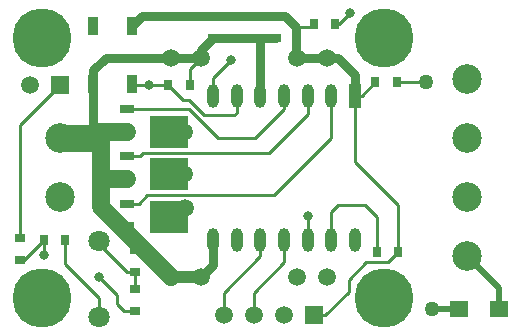
<source format=gtl>
%FSTAX24Y24*%
%MOIN*%
G70*
G01*
G75*
G04 Layer_Physical_Order=1*
G04 Layer_Color=255*
%ADD10R,0.0394X0.0787*%
%ADD11O,0.0394X0.0787*%
%ADD12R,0.0591X0.0551*%
%ADD13R,0.0315X0.0374*%
%ADD14R,0.0374X0.0315*%
%ADD15R,0.0472X0.0256*%
%ADD16R,0.0354X0.0591*%
%ADD17C,0.0100*%
%ADD18C,0.0300*%
%ADD19C,0.0600*%
%ADD20C,0.0900*%
%ADD21C,0.0200*%
%ADD22C,0.0400*%
%ADD23R,0.1250X0.1100*%
%ADD24C,0.0984*%
%ADD25C,0.0591*%
%ADD26C,0.0709*%
%ADD27R,0.0591X0.0591*%
%ADD28C,0.1969*%
%ADD29C,0.0320*%
%ADD30C,0.0500*%
D10*
X032464Y031363D02*
D03*
D11*
X031677D02*
D03*
X030889D02*
D03*
X030102D02*
D03*
X029315D02*
D03*
X028527D02*
D03*
X02774D02*
D03*
Y02656D02*
D03*
X028527D02*
D03*
X029315D02*
D03*
X030102D02*
D03*
X030889D02*
D03*
X031677D02*
D03*
X032464D02*
D03*
D12*
X037267Y024237D02*
D03*
X035929D02*
D03*
D13*
X031804Y03375D02*
D03*
X031096D02*
D03*
X033196Y02615D02*
D03*
X033904D02*
D03*
X022804Y02655D02*
D03*
X022096D02*
D03*
X026246Y0317D02*
D03*
X026954D02*
D03*
X033146Y0318D02*
D03*
X033854D02*
D03*
D14*
X0213Y026604D02*
D03*
Y025896D02*
D03*
X02985Y034004D02*
D03*
Y033296D02*
D03*
X02915Y034004D02*
D03*
Y033296D02*
D03*
X02845Y034004D02*
D03*
Y033296D02*
D03*
X02775Y034004D02*
D03*
Y033296D02*
D03*
X02515Y026204D02*
D03*
Y025496D02*
D03*
Y024904D02*
D03*
Y024196D02*
D03*
D15*
X0259Y027387D02*
D03*
X024855Y027761D02*
D03*
Y027013D02*
D03*
X0259Y028962D02*
D03*
X024855Y029336D02*
D03*
Y028588D02*
D03*
Y030163D02*
D03*
Y030911D02*
D03*
X0259Y030537D02*
D03*
D16*
X025043Y031737D02*
D03*
X023744D02*
D03*
Y033667D02*
D03*
X025043D02*
D03*
D17*
X026246Y0317D02*
X026746Y0312D01*
X02695D01*
X02508Y0317D02*
X0256D01*
X025043Y031737D02*
X02508Y0317D01*
X0256D02*
X026246D01*
X03195Y03375D02*
X0323Y0341D01*
X031804Y03375D02*
X03195D01*
X0305Y03365D02*
X030996D01*
X031096Y03375D01*
X02775Y03195D02*
X02835Y03255D01*
X03475Y0318D02*
X03485Y0319D01*
X02395Y02397D02*
Y0246D01*
X022804Y025746D02*
X02395Y0246D01*
X022804Y025746D02*
Y02655D01*
X024854Y025496D02*
X02515D01*
X02395Y0264D02*
X024854Y025496D01*
X02395Y0264D02*
Y02653D01*
X0213Y026604D02*
Y030396D01*
X022622Y031718D01*
X025286Y029336D02*
X0254Y02945D01*
X029606D01*
X024855Y029336D02*
X025286D01*
X02555Y02805D02*
X029781D01*
X025261Y027761D02*
X02555Y02805D01*
X024855Y027761D02*
X025261D01*
X029606Y02945D02*
X030889Y030733D01*
X029781Y02805D02*
X031677Y029946D01*
X027904Y029946D02*
X029118D01*
X026939Y030911D02*
X027904Y029946D01*
X024855Y030911D02*
X026939D01*
X02745Y0307D02*
X02845D01*
X02695Y0312D02*
X02745Y0307D01*
X026954Y032245D02*
X027321Y032612D01*
X023744Y031737D02*
X02375Y031744D01*
X024754Y024196D02*
X02515D01*
X02455Y0244D02*
X024754Y024196D01*
X02455Y0244D02*
Y0247D01*
X02395Y0253D02*
X02455Y0247D01*
X02205Y026D02*
X022096Y026046D01*
Y02655D01*
X030889Y02656D02*
X0309Y026571D01*
Y02735D01*
X02774Y031363D02*
X02775Y031374D01*
Y03195D01*
X0213Y025896D02*
X021441D01*
X022096Y02655D01*
X02515Y024904D02*
Y025496D01*
X026954Y0317D02*
Y032245D01*
X02845Y0307D02*
X028527Y030777D01*
Y031363D01*
X029315Y026009D02*
Y02656D01*
X028086Y024781D02*
X029315Y026009D01*
X028086Y024041D02*
Y024781D01*
X030102Y025812D02*
Y02656D01*
X029086Y024796D02*
X030102Y025812D01*
X029086Y024041D02*
Y024796D01*
X031677Y029946D02*
Y031363D01*
X030889Y030733D02*
Y031363D01*
X029118Y029946D02*
X030102Y03093D01*
Y031363D01*
X03148Y024041D02*
X032267Y024828D01*
X031086Y024041D02*
X03148D01*
X032464Y029159D02*
Y031363D01*
X033567Y025813D02*
X033904Y02615D01*
Y027719D01*
X032464Y029159D02*
X033904Y027719D01*
X032267Y024828D02*
Y02523D01*
X03285Y025813D01*
X033567D01*
X031677Y027477D02*
X0319Y0277D01*
X0328D01*
X033196Y027304D01*
X031677Y02656D02*
Y027477D01*
X033196Y02615D02*
Y027304D01*
X032709Y031363D02*
X033146Y0318D01*
X032464Y031363D02*
X032709D01*
X033854Y0318D02*
X03475D01*
X03485D02*
Y0319D01*
D18*
X02375Y0302D02*
Y031744D01*
X029315Y031363D02*
Y03325D01*
X02915Y033296D02*
X02985D01*
X0305Y032633D02*
Y03365D01*
X030521Y032612D02*
X031521D01*
X02915Y034004D02*
X02985D01*
X02845D02*
X02915D01*
X02775D02*
X02845D01*
X025381D02*
X02775D01*
X025043Y033667D02*
X025381Y034004D01*
X02985D02*
X030146D01*
X0305Y03365D01*
Y032633D02*
X030521Y032612D01*
X032464Y031363D02*
Y032036D01*
X031888Y032612D02*
X032464Y032036D01*
X031521Y032612D02*
X031888D01*
X027321Y032867D02*
X02775Y033296D01*
X027321Y032612D02*
Y032867D01*
X02845Y033296D02*
X02915D01*
X02775D02*
X02845D01*
X026321Y032612D02*
X027321D01*
X024162D02*
X026321D01*
X02375Y031744D02*
Y0322D01*
X022622Y029946D02*
Y030122D01*
X02375Y0322D02*
X024162Y032612D01*
X027321Y025312D02*
X02774Y025731D01*
Y02656D01*
D19*
X024Y027633D02*
X026321Y025312D01*
X024Y030163D02*
X024855D01*
X024Y028588D02*
Y02985D01*
Y028588D02*
X024855D01*
X024Y027633D02*
Y028588D01*
D20*
X022622Y029946D02*
X023783D01*
D21*
X035023Y024237D02*
X035929D01*
X037267D02*
Y024946D01*
X036204Y026009D02*
X037267Y024946D01*
D22*
X026321Y025312D02*
X027321D01*
D23*
X026275Y0273D02*
D03*
Y02875D02*
D03*
Y03015D02*
D03*
D24*
X036204Y031915D02*
D03*
Y029946D02*
D03*
Y027978D02*
D03*
Y026009D02*
D03*
X022622Y029946D02*
D03*
Y027978D02*
D03*
D25*
X026321Y025312D02*
D03*
X031521D02*
D03*
X027321D02*
D03*
X030521D02*
D03*
X031521Y032612D02*
D03*
X026321D02*
D03*
X027321D02*
D03*
X030521D02*
D03*
X021622Y031718D02*
D03*
X030086Y024041D02*
D03*
X029086D02*
D03*
X028086D02*
D03*
X0268Y0276D02*
D03*
X026756Y028765D02*
D03*
Y030143D02*
D03*
D26*
X02395Y02397D02*
D03*
Y02653D02*
D03*
D27*
X022622Y031718D02*
D03*
X031086Y024041D02*
D03*
D28*
X022031Y024631D02*
D03*
Y033293D02*
D03*
X033448Y024631D02*
D03*
Y033293D02*
D03*
D29*
X0323Y0341D02*
D03*
X022096Y026046D02*
D03*
X0309Y02735D02*
D03*
X02835Y03255D02*
D03*
X02395Y0253D02*
D03*
X0256Y0317D02*
D03*
D30*
X035023Y024237D02*
D03*
X03485Y0318D02*
D03*
M02*

</source>
